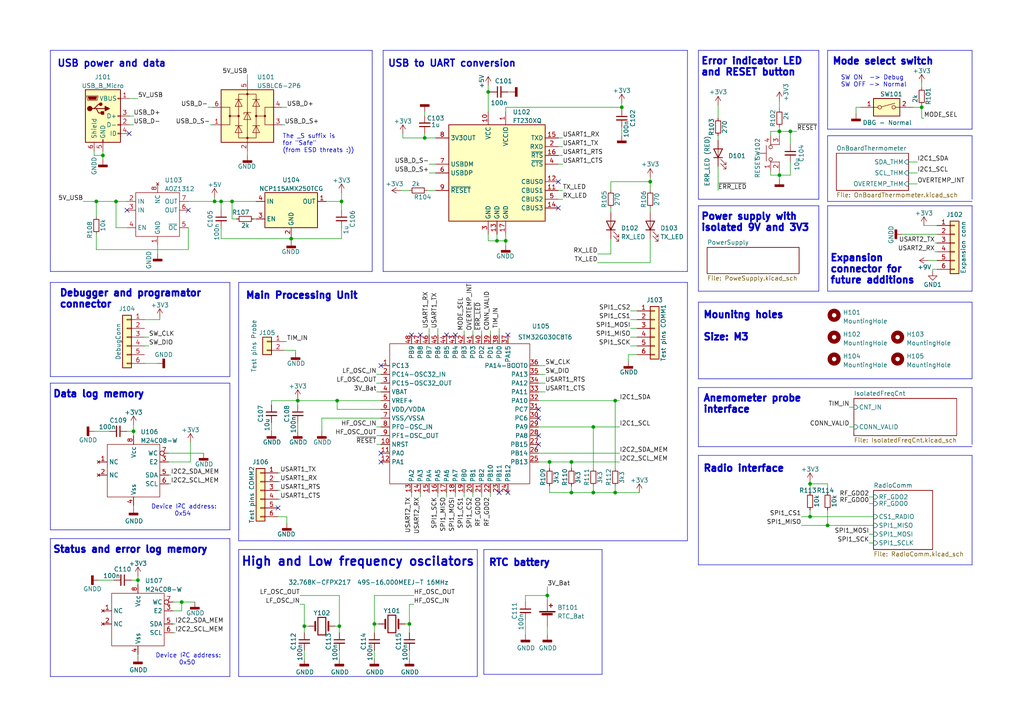
<source format=kicad_sch>
(kicad_sch (version 20230121) (generator eeschema)
  (paper "A4")
  (junction (at 27.94 58.42))
  (junction (at 38.735 125.095))
  (junction (at 240.03 152.4))
  (junction (at 67.31 58.42))
  (junction (at 178.435 142.875))
  (junction (at 29.845 45.085))
  (junction (at 64.135 58.42))
  (junction (at 172.085 142.875))
  (junction (at 86.36 116.205))
  (junction (at 267.335 31.115))
  (junction (at 98.425 181.61))
  (junction (at 99.06 58.42))
  (junction (at 158.75 172.72))
  (junction (at 226.06 38.1))
  (junction (at 172.085 123.825))
  (junction (at 234.95 149.86))
  (junction (at 118.745 180.975))
  (junction (at 33.655 58.42))
  (junction (at 108.585 180.975))
  (junction (at 84.455 69.215))
  (junction (at 180.34 31.115))
  (junction (at 144.145 69.85))
  (junction (at 52.705 174.625))
  (junction (at 229.235 38.1))
  (junction (at 123.19 40.005))
  (junction (at 141.605 26.67))
  (junction (at 165.735 142.875))
  (junction (at 165.735 133.985))
  (junction (at 146.685 69.85))
  (junction (at 188.595 52.705))
  (junction (at 178.435 116.205))
  (junction (at 62.23 58.42))
  (junction (at 159.385 133.985))
  (junction (at 40.005 168.275))
  (junction (at 97.79 116.205))
  (junction (at 88.265 181.61))
  (junction (at 226.06 50.8))
  (junction (at 234.95 140.335))
  (no_connect (at 156.21 118.745))
  (no_connect (at 110.49 133.985))
  (no_connect (at 110.49 131.445))
  (no_connect (at 156.21 128.905))
  (no_connect (at 156.21 126.365))
  (no_connect (at 156.21 121.285))
  (no_connect (at 161.925 52.705))
  (no_connect (at 110.49 106.045))
  (no_connect (at 144.78 142.875))
  (no_connect (at 147.32 142.875))
  (no_connect (at 119.38 97.155))
  (no_connect (at 121.92 97.155))
  (no_connect (at 147.32 97.155))
  (no_connect (at 129.54 97.155))
  (no_connect (at 132.08 97.155))
  (no_connect (at 161.925 60.325))
  (no_connect (at 80.645 147.32))
  (no_connect (at 37.465 38.735))
  (no_connect (at 36.83 60.96))
  (no_connect (at 54.61 60.96))
  (wire (pts (xy 146.685 69.85) (xy 146.685 71.12)))
  (polyline (pts (xy 202.565 59.69) (xy 237.49 59.69)))
  (wire (pts (xy 110.49 118.745) (xy 97.79 118.745)))
  (polyline (pts (xy 14.605 156.21) (xy 14.605 196.215)))
  (wire (pts (xy 188.595 60.325) (xy 188.595 61.595)))
  (wire (pts (xy 99.06 60.96) (xy 99.06 58.42)))
  (wire (pts (xy 163.195 57.785) (xy 161.925 57.785)))
  (wire (pts (xy 141.605 67.945) (xy 141.605 69.85)))
  (wire (pts (xy 78.74 122.555) (xy 78.74 125.095)))
  (wire (pts (xy 156.21 116.205) (xy 178.435 116.205)))
  (wire (pts (xy 208.28 48.26) (xy 208.28 55.245)))
  (wire (pts (xy 223.52 49.53) (xy 223.52 50.8)))
  (wire (pts (xy 252.095 154.94) (xy 253.365 154.94)))
  (wire (pts (xy 270.51 78.105) (xy 271.78 78.105)))
  (wire (pts (xy 163.195 42.545) (xy 161.925 42.545)))
  (wire (pts (xy 152.4 179.705) (xy 152.4 184.15)))
  (wire (pts (xy 182.88 92.71) (xy 184.785 92.71)))
  (wire (pts (xy 226.06 36.83) (xy 226.06 38.1)))
  (polyline (pts (xy 240.03 37.465) (xy 281.94 37.465)))
  (wire (pts (xy 50.165 174.625) (xy 52.705 174.625)))
  (wire (pts (xy 27.305 45.085) (xy 29.845 45.085)))
  (wire (pts (xy 137.16 95.885) (xy 137.16 97.155)))
  (polyline (pts (xy 69.215 156.845) (xy 199.39 156.845)))
  (wire (pts (xy 182.245 104.775) (xy 182.245 102.87)))
  (wire (pts (xy 81.28 139.7) (xy 80.645 139.7)))
  (wire (pts (xy 33.655 66.04) (xy 33.655 58.42)))
  (wire (pts (xy 267.97 65.405) (xy 271.78 65.405)))
  (wire (pts (xy 264.795 31.115) (xy 267.335 31.115)))
  (wire (pts (xy 188.595 76.2) (xy 188.595 69.215)))
  (wire (pts (xy 116.84 38.735) (xy 116.84 40.005)))
  (wire (pts (xy 109.22 126.365) (xy 110.49 126.365)))
  (wire (pts (xy 226.06 29.21) (xy 226.06 31.75)))
  (polyline (pts (xy 281.94 129.54) (xy 202.565 129.54)))
  (polyline (pts (xy 14.605 111.125) (xy 14.605 153.67)))
  (wire (pts (xy 141.605 69.85) (xy 144.145 69.85)))
  (wire (pts (xy 172.085 123.825) (xy 179.705 123.825)))
  (wire (pts (xy 226.06 49.53) (xy 226.06 50.8)))
  (wire (pts (xy 85.725 101.6) (xy 82.55 101.6)))
  (polyline (pts (xy 140.335 159.385) (xy 174.625 159.385)))
  (wire (pts (xy 234.95 140.335) (xy 234.95 142.875)))
  (polyline (pts (xy 14.605 81.915) (xy 14.605 109.22)))
  (wire (pts (xy 137.16 142.875) (xy 137.16 144.145)))
  (wire (pts (xy 146.685 67.945) (xy 146.685 69.85)))
  (wire (pts (xy 60.325 31.115) (xy 61.595 31.115)))
  (polyline (pts (xy 237.49 14.605) (xy 202.565 14.605)))
  (wire (pts (xy 223.52 39.37) (xy 223.52 38.1)))
  (wire (pts (xy 132.08 142.875) (xy 132.08 144.145)))
  (wire (pts (xy 64.135 60.96) (xy 64.135 58.42)))
  (wire (pts (xy 263.525 53.34) (xy 266.065 53.34)))
  (wire (pts (xy 55.245 128.27) (xy 55.245 133.985)))
  (wire (pts (xy 62.23 57.15) (xy 62.23 58.42)))
  (polyline (pts (xy 240.03 59.69) (xy 281.94 59.69)))
  (wire (pts (xy 267.335 30.48) (xy 267.335 31.115)))
  (wire (pts (xy 180.34 31.75) (xy 180.34 31.115)))
  (wire (pts (xy 38.735 146.685) (xy 38.735 147.32)))
  (wire (pts (xy 188.595 52.705) (xy 188.595 55.245)))
  (wire (pts (xy 88.265 181.61) (xy 89.535 181.61)))
  (wire (pts (xy 93.345 121.285) (xy 110.49 121.285)))
  (wire (pts (xy 152.4 172.72) (xy 152.4 174.625)))
  (polyline (pts (xy 240.03 39.37) (xy 281.94 39.37)))
  (polyline (pts (xy 14.605 78.74) (xy 107.95 78.74)))
  (wire (pts (xy 52.705 174.625) (xy 56.515 174.625)))
  (wire (pts (xy 117.475 180.975) (xy 118.745 180.975)))
  (wire (pts (xy 60.96 36.195) (xy 61.595 36.195)))
  (wire (pts (xy 98.425 172.72) (xy 98.425 181.61)))
  (polyline (pts (xy 202.565 84.455) (xy 202.565 59.69)))
  (wire (pts (xy 263.525 50.165) (xy 266.065 50.165)))
  (wire (pts (xy 31.75 125.095) (xy 27.305 125.095)))
  (wire (pts (xy 188.595 51.435) (xy 188.595 52.705)))
  (wire (pts (xy 62.23 58.42) (xy 64.135 58.42)))
  (polyline (pts (xy 69.215 156.845) (xy 69.215 81.915)))
  (polyline (pts (xy 202.565 14.605) (xy 202.565 57.785)))
  (wire (pts (xy 177.165 52.705) (xy 177.165 55.245)))
  (wire (pts (xy 267.335 34.29) (xy 267.335 31.115)))
  (wire (pts (xy 141.605 26.67) (xy 141.605 32.385)))
  (wire (pts (xy 178.435 116.205) (xy 178.435 135.89)))
  (wire (pts (xy 27.94 58.42) (xy 33.655 58.42)))
  (wire (pts (xy 109.22 111.125) (xy 110.49 111.125)))
  (wire (pts (xy 172.085 142.875) (xy 178.435 142.875)))
  (polyline (pts (xy 107.95 14.605) (xy 14.605 14.605)))
  (wire (pts (xy 146.685 31.115) (xy 146.685 32.385)))
  (wire (pts (xy 82.55 36.195) (xy 81.915 36.195)))
  (wire (pts (xy 156.21 106.045) (xy 158.115 106.045)))
  (polyline (pts (xy 281.94 163.83) (xy 202.565 163.83)))
  (polyline (pts (xy 202.565 87.63) (xy 202.565 109.855)))
  (polyline (pts (xy 14.605 196.215) (xy 66.675 196.215)))
  (wire (pts (xy 134.62 142.875) (xy 134.62 144.145)))
  (wire (pts (xy 124.46 50.165) (xy 126.365 50.165)))
  (wire (pts (xy 86.995 172.72) (xy 98.425 172.72)))
  (wire (pts (xy 119.38 144.145) (xy 119.38 142.875)))
  (wire (pts (xy 108.585 188.595) (xy 108.585 191.135)))
  (wire (pts (xy 36.83 125.095) (xy 38.735 125.095)))
  (wire (pts (xy 118.745 175.26) (xy 118.745 180.975)))
  (wire (pts (xy 108.585 172.72) (xy 108.585 180.975)))
  (polyline (pts (xy 111.125 14.605) (xy 199.39 14.605)))
  (wire (pts (xy 83.185 151.765) (xy 83.185 149.86)))
  (wire (pts (xy 158.75 170.18) (xy 158.75 172.72)))
  (wire (pts (xy 182.88 97.79) (xy 184.785 97.79)))
  (polyline (pts (xy 202.565 132.08) (xy 281.94 132.08)))
  (polyline (pts (xy 66.675 81.915) (xy 14.605 81.915)))
  (wire (pts (xy 120.015 175.26) (xy 118.745 175.26)))
  (wire (pts (xy 182.88 100.33) (xy 184.785 100.33)))
  (wire (pts (xy 229.235 50.8) (xy 226.06 50.8)))
  (wire (pts (xy 208.28 39.37) (xy 208.28 40.64)))
  (wire (pts (xy 159.385 140.97) (xy 159.385 142.875)))
  (polyline (pts (xy 107.95 78.74) (xy 107.95 14.605)))
  (wire (pts (xy 98.425 183.515) (xy 98.425 181.61)))
  (polyline (pts (xy 237.49 57.785) (xy 237.49 14.605)))
  (wire (pts (xy 40.005 168.275) (xy 40.005 169.545)))
  (wire (pts (xy 267.97 34.29) (xy 267.335 34.29)))
  (polyline (pts (xy 199.39 78.74) (xy 111.125 78.74)))
  (wire (pts (xy 43.18 97.79) (xy 41.91 97.79)))
  (wire (pts (xy 147.32 26.67) (xy 147.955 26.67)))
  (polyline (pts (xy 69.215 159.385) (xy 69.215 196.215)))
  (wire (pts (xy 74.295 63.5) (xy 73.66 63.5)))
  (wire (pts (xy 84.455 68.58) (xy 84.455 69.215)))
  (wire (pts (xy 27.94 72.39) (xy 27.94 67.945)))
  (polyline (pts (xy 281.94 39.37) (xy 281.94 57.785)))
  (wire (pts (xy 37.465 28.575) (xy 40.005 28.575)))
  (wire (pts (xy 37.465 33.655) (xy 38.735 33.655)))
  (wire (pts (xy 38.735 123.19) (xy 38.735 125.095)))
  (wire (pts (xy 177.165 60.325) (xy 177.165 61.595)))
  (wire (pts (xy 109.855 180.975) (xy 108.585 180.975)))
  (wire (pts (xy 121.92 144.145) (xy 121.92 142.875)))
  (wire (pts (xy 144.145 67.945) (xy 144.145 69.85)))
  (wire (pts (xy 55.245 133.985) (xy 48.895 133.985)))
  (wire (pts (xy 226.06 38.1) (xy 229.235 38.1)))
  (wire (pts (xy 124.46 47.625) (xy 126.365 47.625)))
  (wire (pts (xy 41.91 92.71) (xy 46.355 92.71)))
  (wire (pts (xy 83.185 99.06) (xy 82.55 99.06)))
  (wire (pts (xy 52.705 174.625) (xy 52.705 177.165)))
  (wire (pts (xy 68.58 63.5) (xy 67.31 63.5)))
  (wire (pts (xy 98.425 188.595) (xy 98.425 191.135)))
  (wire (pts (xy 182.245 102.87) (xy 184.785 102.87)))
  (wire (pts (xy 99.06 69.215) (xy 99.06 66.04)))
  (wire (pts (xy 46.355 92.71) (xy 46.355 92.075)))
  (wire (pts (xy 252.095 144.145) (xy 253.365 144.145)))
  (wire (pts (xy 144.78 95.25) (xy 144.78 97.155)))
  (wire (pts (xy 159.385 133.985) (xy 159.385 135.89)))
  (wire (pts (xy 116.84 40.005) (xy 123.19 40.005)))
  (polyline (pts (xy 281.94 87.63) (xy 202.565 87.63)))
  (wire (pts (xy 54.61 72.39) (xy 27.94 72.39)))
  (polyline (pts (xy 174.625 159.385) (xy 174.625 195.58)))
  (wire (pts (xy 232.41 152.4) (xy 240.03 152.4)))
  (wire (pts (xy 173.355 73.66) (xy 177.165 73.66)))
  (wire (pts (xy 33.02 168.275) (xy 28.575 168.275)))
  (wire (pts (xy 234.95 140.335) (xy 240.03 140.335)))
  (wire (pts (xy 27.94 58.42) (xy 27.94 62.865)))
  (wire (pts (xy 97.79 116.205) (xy 110.49 116.205)))
  (wire (pts (xy 134.62 95.885) (xy 134.62 97.155)))
  (wire (pts (xy 118.745 180.975) (xy 118.745 183.515)))
  (wire (pts (xy 226.06 38.1) (xy 226.06 39.37)))
  (wire (pts (xy 84.455 69.215) (xy 84.455 69.85)))
  (wire (pts (xy 94.615 58.42) (xy 99.06 58.42)))
  (wire (pts (xy 41.91 105.41) (xy 45.72 105.41)))
  (wire (pts (xy 67.31 58.42) (xy 74.295 58.42)))
  (polyline (pts (xy 281.94 58.42) (xy 240.03 58.42)))
  (wire (pts (xy 229.235 38.1) (xy 229.235 41.91)))
  (wire (pts (xy 252.095 146.05) (xy 253.365 146.05)))
  (wire (pts (xy 267.335 24.13) (xy 267.335 25.4)))
  (wire (pts (xy 178.435 116.205) (xy 179.705 116.205)))
  (wire (pts (xy 83.185 31.115) (xy 81.915 31.115)))
  (wire (pts (xy 81.28 137.16) (xy 80.645 137.16)))
  (polyline (pts (xy 140.335 159.385) (xy 140.335 195.58)))
  (polyline (pts (xy 66.675 81.915) (xy 66.675 109.22)))
  (wire (pts (xy 86.36 122.555) (xy 86.36 125.095)))
  (wire (pts (xy 78.74 116.205) (xy 86.36 116.205)))
  (wire (pts (xy 33.655 58.42) (xy 36.83 58.42)))
  (wire (pts (xy 109.22 128.905) (xy 110.49 128.905)))
  (wire (pts (xy 163.195 55.245) (xy 161.925 55.245)))
  (wire (pts (xy 144.145 69.85) (xy 146.685 69.85)))
  (wire (pts (xy 163.195 45.085) (xy 161.925 45.085)))
  (polyline (pts (xy 66.675 156.21) (xy 14.605 156.21)))
  (wire (pts (xy 78.74 117.475) (xy 78.74 116.205)))
  (wire (pts (xy 263.525 46.99) (xy 266.065 46.99)))
  (wire (pts (xy 124.46 95.25) (xy 124.46 97.155)))
  (wire (pts (xy 43.18 100.33) (xy 41.91 100.33)))
  (wire (pts (xy 158.75 181.61) (xy 158.75 184.15)))
  (polyline (pts (xy 240.03 14.605) (xy 240.03 37.465)))
  (wire (pts (xy 67.31 63.5) (xy 67.31 58.42)))
  (wire (pts (xy 178.435 140.97) (xy 178.435 142.875)))
  (wire (pts (xy 123.19 32.385) (xy 123.19 33.655)))
  (wire (pts (xy 252.095 157.48) (xy 253.365 157.48)))
  (wire (pts (xy 83.185 149.86) (xy 80.645 149.86)))
  (wire (pts (xy 45.72 71.12) (xy 45.72 73.66)))
  (wire (pts (xy 38.1 168.275) (xy 40.005 168.275)))
  (wire (pts (xy 246.38 123.825) (xy 247.65 123.825)))
  (wire (pts (xy 27.305 43.815) (xy 27.305 45.085)))
  (wire (pts (xy 165.735 133.985) (xy 179.705 133.985)))
  (polyline (pts (xy 281.94 37.465) (xy 281.94 14.605)))
  (wire (pts (xy 29.845 45.085) (xy 29.845 46.355)))
  (wire (pts (xy 54.61 66.04) (xy 54.61 72.39)))
  (polyline (pts (xy 202.565 109.855) (xy 281.94 109.855)))
  (wire (pts (xy 81.28 144.78) (xy 80.645 144.78)))
  (wire (pts (xy 271.145 73.025) (xy 271.78 73.025)))
  (wire (pts (xy 93.345 121.285) (xy 93.345 125.095)))
  (polyline (pts (xy 281.94 14.605) (xy 240.03 14.605)))
  (wire (pts (xy 86.36 115.57) (xy 86.36 116.205)))
  (wire (pts (xy 271.145 70.485) (xy 271.78 70.485)))
  (wire (pts (xy 234.95 147.955) (xy 234.95 149.86)))
  (polyline (pts (xy 66.675 111.125) (xy 14.605 111.125)))
  (wire (pts (xy 172.085 123.825) (xy 172.085 135.89)))
  (wire (pts (xy 234.95 139.7) (xy 234.95 140.335)))
  (polyline (pts (xy 237.49 84.455) (xy 202.565 84.455)))
  (wire (pts (xy 240.03 140.335) (xy 240.03 142.875)))
  (wire (pts (xy 108.585 180.975) (xy 108.585 183.515)))
  (wire (pts (xy 234.95 149.86) (xy 253.365 149.86)))
  (polyline (pts (xy 281.94 59.69) (xy 281.94 84.455)))
  (wire (pts (xy 223.52 50.8) (xy 226.06 50.8)))
  (polyline (pts (xy 281.94 132.08) (xy 281.94 163.83)))
  (wire (pts (xy 109.22 113.665) (xy 110.49 113.665)))
  (wire (pts (xy 246.38 118.11) (xy 247.65 118.11)))
  (wire (pts (xy 226.06 50.8) (xy 226.06 52.07)))
  (wire (pts (xy 178.435 142.875) (xy 185.42 142.875)))
  (wire (pts (xy 81.28 142.24) (xy 80.645 142.24)))
  (wire (pts (xy 40.005 189.865) (xy 40.005 190.5)))
  (wire (pts (xy 64.135 58.42) (xy 67.31 58.42)))
  (wire (pts (xy 49.53 137.795) (xy 48.895 137.795)))
  (polyline (pts (xy 240.03 84.455) (xy 240.03 59.69)))
  (polyline (pts (xy 69.215 81.915) (xy 199.39 81.915)))
  (wire (pts (xy 229.235 46.99) (xy 229.235 50.8)))
  (wire (pts (xy 173.355 76.2) (xy 188.595 76.2)))
  (polyline (pts (xy 111.125 78.74) (xy 111.125 14.605)))
  (wire (pts (xy 64.135 69.215) (xy 64.135 66.04)))
  (wire (pts (xy 109.22 123.825) (xy 110.49 123.825)))
  (wire (pts (xy 248.285 33.02) (xy 248.285 31.115)))
  (wire (pts (xy 180.34 29.845) (xy 180.34 31.115)))
  (wire (pts (xy 163.195 40.005) (xy 161.925 40.005)))
  (wire (pts (xy 141.605 24.765) (xy 141.605 26.67)))
  (wire (pts (xy 156.21 131.445) (xy 179.705 131.445)))
  (polyline (pts (xy 240.03 58.42) (xy 240.03 39.37)))
  (wire (pts (xy 208.28 30.48) (xy 208.28 34.29)))
  (wire (pts (xy 229.235 38.1) (xy 231.14 38.1)))
  (wire (pts (xy 223.52 38.1) (xy 226.06 38.1)))
  (wire (pts (xy 142.24 26.67) (xy 141.605 26.67)))
  (wire (pts (xy 127 142.875) (xy 127 144.145)))
  (wire (pts (xy 156.21 111.125) (xy 158.115 111.125)))
  (wire (pts (xy 159.385 142.875) (xy 165.735 142.875)))
  (wire (pts (xy 165.735 142.875) (xy 172.085 142.875)))
  (wire (pts (xy 123.19 40.005) (xy 126.365 40.005)))
  (wire (pts (xy 123.19 40.005) (xy 123.19 38.735)))
  (wire (pts (xy 177.165 73.66) (xy 177.165 69.215)))
  (wire (pts (xy 139.7 144.145) (xy 139.7 142.875)))
  (wire (pts (xy 38.735 125.095) (xy 38.735 126.365)))
  (wire (pts (xy 85.725 102.235) (xy 85.725 101.6)))
  (polyline (pts (xy 281.94 84.455) (xy 240.03 84.455)))
  (wire (pts (xy 88.265 175.26) (xy 88.265 181.61)))
  (wire (pts (xy 116.205 55.245) (xy 118.745 55.245)))
  (wire (pts (xy 88.265 188.595) (xy 88.265 191.135)))
  (wire (pts (xy 156.21 133.985) (xy 159.385 133.985)))
  (wire (pts (xy 163.195 47.625) (xy 161.925 47.625)))
  (wire (pts (xy 248.285 31.115) (xy 249.555 31.115)))
  (wire (pts (xy 182.88 90.17) (xy 184.785 90.17)))
  (wire (pts (xy 156.21 108.585) (xy 158.115 108.585)))
  (wire (pts (xy 40.005 167.005) (xy 40.005 168.275)))
  (wire (pts (xy 88.265 183.515) (xy 88.265 181.61)))
  (polyline (pts (xy 237.49 59.69) (xy 237.49 84.455)))
  (wire (pts (xy 261.62 67.945) (xy 271.78 67.945)))
  (polyline (pts (xy 66.675 196.215) (xy 66.675 156.21)))
  (wire (pts (xy 127 95.25) (xy 127 97.155)))
  (wire (pts (xy 86.36 116.205) (xy 86.36 117.475)))
  (wire (pts (xy 71.755 21.59) (xy 71.755 23.495)))
  (wire (pts (xy 49.53 140.335) (xy 48.895 140.335)))
  (wire (pts (xy 84.455 69.215) (xy 99.06 69.215)))
  (polyline (pts (xy 202.565 57.785) (xy 237.49 57.785)))
  (wire (pts (xy 99.06 58.42) (xy 99.06 55.88)))
  (polyline (pts (xy 69.215 196.215) (xy 138.43 196.215)))
  (wire (pts (xy 118.745 188.595) (xy 118.745 191.135)))
  (wire (pts (xy 29.845 43.815) (xy 29.845 45.085)))
  (polyline (pts (xy 281.94 109.855) (xy 281.94 87.63)))
  (wire (pts (xy 188.595 52.705) (xy 177.165 52.705)))
  (wire (pts (xy 97.79 118.745) (xy 97.79 116.205)))
  (wire (pts (xy 54.61 58.42) (xy 62.23 58.42)))
  (wire (pts (xy 52.705 177.165) (xy 50.165 177.165)))
  (polyline (pts (xy 202.565 129.54) (xy 202.565 112.395)))
  (wire (pts (xy 270.51 78.105) (xy 270.51 78.74)))
  (polyline (pts (xy 138.43 159.385) (xy 69.215 159.385)))
  (wire (pts (xy 180.34 36.83) (xy 180.34 39.37)))
  (wire (pts (xy 142.24 144.145) (xy 142.24 142.875)))
  (wire (pts (xy 269.24 75.565) (xy 271.78 75.565)))
  (wire (pts (xy 240.03 147.955) (xy 240.03 152.4)))
  (wire (pts (xy 158.75 172.72) (xy 152.4 172.72)))
  (polyline (pts (xy 66.675 153.67) (xy 66.675 111.125)))
  (polyline (pts (xy 14.605 14.605) (xy 14.605 78.74)))
  (wire (pts (xy 156.21 113.665) (xy 158.115 113.665)))
  (polyline (pts (xy 138.43 196.215) (xy 138.43 159.385)))
  (wire (pts (xy 37.465 36.195) (xy 38.735 36.195)))
  (polyline (pts (xy 174.625 195.58) (xy 140.335 195.58)))
  (wire (pts (xy 165.735 133.985) (xy 165.735 135.89)))
  (polyline (pts (xy 199.39 14.605) (xy 199.39 78.74)))
  (wire (pts (xy 98.425 181.61) (xy 97.155 181.61)))
  (wire (pts (xy 240.03 152.4) (xy 253.365 152.4)))
  (wire (pts (xy 123.825 55.245) (xy 126.365 55.245)))
  (wire (pts (xy 50.8 183.515) (xy 50.165 183.515)))
  (polyline (pts (xy 14.605 109.22) (xy 66.675 109.22)))
  (wire (pts (xy 48.895 131.445) (xy 59.055 131.445)))
  (wire (pts (xy 50.8 180.975) (xy 50.165 180.975)))
  (polyline (pts (xy 202.565 112.395) (xy 281.94 112.395)))
  (wire (pts (xy 129.54 142.875) (xy 129.54 144.145)))
  (wire (pts (xy 156.21 123.825) (xy 172.085 123.825)))
  (polyline (pts (xy 281.94 112.395) (xy 281.94 128.905)))
  (wire (pts (xy 86.995 175.26) (xy 88.265 175.26)))
  (wire (pts (xy 142.24 95.885) (xy 142.24 97.155)))
  (wire (pts (xy 24.13 58.42) (xy 27.94 58.42)))
  (wire (pts (xy 64.135 69.215) (xy 84.455 69.215)))
  (wire (pts (xy 158.75 173.99) (xy 158.75 172.72)))
  (wire (pts (xy 232.41 149.86) (xy 234.95 149.86)))
  (wire (pts (xy 139.7 95.885) (xy 139.7 97.155)))
  (wire (pts (xy 86.36 116.205) (xy 97.79 116.205)))
  (polyline (pts (xy 202.565 163.83) (xy 202.565 132.08)))
  (wire (pts (xy 120.015 172.72) (xy 108.585 172.72)))
  (wire (pts (xy 109.22 108.585) (xy 110.49 108.585)))
  (wire (pts (xy 36.83 66.04) (xy 33.655 66.04)))
  (wire (pts (xy 146.685 31.115) (xy 180.34 31.115)))
  (wire (pts (xy 172.085 142.875) (xy 172.085 140.97)))
  (wire (pts (xy 159.385 133.985) (xy 165.735 133.985)))
  (wire (pts (xy 71.755 43.815) (xy 71.755 45.085)))
  (polyline (pts (xy 199.39 81.915) (xy 199.39 156.845)))
  (wire (pts (xy 182.88 95.25) (xy 184.785 95.25)))
  (wire (pts (xy 165.735 140.97) (xy 165.735 142.875)))
  (polyline (pts (xy 14.605 153.67) (xy 66.675 153.67)))
  (text "Status and error log memory" (at 15.24 160.655 0) (effects (font (size 2 2) (thickness 0.508) bold) (justify left bottom)))
  (text "High and Low frequency oscilators" (at 69.85 164.465 0) (effects (font (size 2.54 2.54) (thickness 0.508) bold) (justify left bottom)))
  (text "Device I^{2}C address:\n       0x54" (at 43.815 149.86 0) (effects (font (size 1.27 1.27)) (justify left bottom)))
  (text "Data log memory" (at 15.24 115.57 0) (effects (font (size 2 2) (thickness 0.508) bold) (justify left bottom)))
  (text "Power supply with\nisolated 9V and 3V3" (at 203.2 67.31 0) (effects (font (size 2 2) (thickness 0.508) bold) (justify left bottom)))
  (text "RTC battery" (at 141.605 164.465 0) (effects (font (size 2 2) (thickness 0.508) bold) (justify left bottom)))
  (text "Debugger and programator\nconnector" (at 17.145 89.535 0) (effects (font (size 2 2) (thickness 0.508) bold) (justify left bottom)))
  (text "Anemometer probe\ninterface" (at 203.835 120.015 0) (effects (font (size 2 2) (thickness 0.508) bold) (justify left bottom)))
  (text "SW ON  -> Debug\nSW OFF -> Normal" (at 243.84 25.4 0) (effects (font (size 1.27 1.27)) (justify left bottom)))
  (text "Mode select switch" (at 241.3 19.05 0) (effects (font (size 2 2) (thickness 0.508) bold) (justify left bottom)))
  (text "Mounitng holes\n\nSize: M3" (at 203.835 99.06 0) (effects (font (size 2 2) (thickness 0.508) bold) (justify left bottom)))
  (text "Expansion \nconnector for\nfuture additions" (at 240.665 82.55 0) (effects (font (size 2 2) (thickness 0.508) bold) (justify left bottom)))
  (text "Error indicator LED\nand RESET button" (at 203.2 22.225 0) (effects (font (size 2 2) (thickness 0.508) bold) (justify left bottom)))
  (text "The _S suffix is\nfor \"Safe\" \n(from ESD threats :))" (at 81.915 44.45 0) (effects (font (size 1.27 1.27)) (justify left bottom)))
  (text "Main Processing Unit" (at 71.12 86.995 0) (effects (font (size 2 2) (thickness 0.508) bold) (justify left bottom)))
  (text "USB power and data" (at 16.51 19.685 0) (effects (font (size 2 2) (thickness 0.4) bold) (justify left bottom)))
  (text "Device I^{2}C address:\n       0x50" (at 45.085 193.04 0) (effects (font (size 1.27 1.27)) (justify left bottom)))
  (text "Radio interface" (at 203.835 137.16 0) (effects (font (size 2 2) (thickness 0.508) bold) (justify left bottom)))
  (text "USB to UART conversion" (at 112.395 19.685 0) (effects (font (size 2 2) (thickness 0.4) bold) (justify left bottom)))
  (label "I2C1_SDA" (at 179.705 116.205 0))
  (label "SPI1_MISO" (at 129.54 144.145 270))
  (label "HF_OSC_IN" (at 109.22 123.825 180))
  (label "TX_LED" (at 173.355 76.2 180))
  (label "TX_LED" (at 163.195 55.245 0))
  (label "SPI1_CS1" (at 134.62 144.145 270))
  (label "TIM_IN" (at 144.78 95.25 90))
  (label "~{ERR_LED}" (at 208.28 55.245 0))
  (label "SPI1_CS1" (at 182.88 92.71 180))
  (label "USART1_RTS" (at 163.195 45.085 0))
  (label "USB_D-" (at 60.325 31.115 180))
  (label "USART1_RTS" (at 158.115 111.125 0))
  (label "I2C2_SDA_MEM" (at 50.8 180.975 0))
  (label "LF_OSC_IN" (at 86.995 175.26 180))
  (label "HF_OSC_OUT" (at 109.22 126.365 180))
  (label "I2C1_SCL" (at 266.065 50.165 0))
  (label "HF_OSC_OUT" (at 120.015 172.72 0))
  (label "RF_GDO0" (at 139.7 144.145 270))
  (label "RX_LED" (at 163.195 57.785 0))
  (label "SPI1_CS2" (at 182.88 90.17 180))
  (label "LF_OSC_IN" (at 109.22 108.585 180))
  (label "USART1_TX" (at 127 95.25 90))
  (label "USB_D_S+" (at 82.55 36.195 0))
  (label "SW_DIO" (at 158.115 108.585 0))
  (label "I2C2_SDA_MEM" (at 179.705 131.445 0))
  (label "5V_USB" (at 24.13 58.42 180))
  (label "SPI1_MOSI" (at 132.08 144.145 270))
  (label "USART1_RTS" (at 81.28 142.24 0))
  (label "~{RESET}" (at 231.14 38.1 0))
  (label "SPI1_SCK" (at 252.095 157.48 180))
  (label "USART1_RX" (at 163.195 40.005 0))
  (label "SPI1_MOSI" (at 182.88 95.25 180))
  (label "USART1_TX" (at 163.195 42.545 0))
  (label "SPI1_MOSI" (at 252.095 154.94 180))
  (label "5V_USB" (at 40.005 28.575 0))
  (label "USART1_RX" (at 124.46 95.25 90))
  (label "LF_OSC_OUT" (at 86.995 172.72 180))
  (label "USART1_CTS" (at 163.195 47.625 0))
  (label "USART1_RX" (at 81.28 139.7 0))
  (label "USART1_CTS" (at 81.28 144.78 0))
  (label "RF_GDO2" (at 252.095 144.145 180))
  (label "SPI1_SCK" (at 127 144.145 270))
  (label "SW_DIO" (at 43.18 100.33 0))
  (label "~{ERR_LED}" (at 139.7 95.885 90))
  (label "I2C1_SCL" (at 179.705 123.825 0))
  (label "RX_LED" (at 173.355 73.66 180))
  (label "USB_D_S-" (at 60.96 36.195 180))
  (label "USART1_CTS" (at 158.115 113.665 0))
  (label "3V_Bat" (at 158.75 170.18 0))
  (label "USART2_TX" (at 119.38 144.145 270))
  (label "I2C2_SCL_MEM" (at 50.8 183.515 0))
  (label "USB_D-" (at 38.735 36.195 0))
  (label "3V_Bat" (at 109.22 113.665 180))
  (label "OVERTEMP_INT" (at 266.065 53.34 0))
  (label "SPI1_MISO" (at 232.41 152.4 180))
  (label "I2C1_SDA" (at 266.065 46.99 0))
  (label "SPI1_CS2" (at 137.16 144.145 270))
  (label "I2C2_SDA_MEM" (at 49.53 137.795 0))
  (label "CONN_VALID" (at 142.24 95.885 90))
  (label "USB_D+" (at 83.185 31.115 0))
  (label "SPI1_CS1" (at 232.41 149.86 180))
  (label "MODE_SEL" (at 134.62 95.885 90))
  (label "RF_GDO0" (at 252.095 146.05 180))
  (label "SW_CLK" (at 158.115 106.045 0))
  (label "TIM_IN" (at 83.185 99.06 0))
  (label "USART2_TX" (at 271.145 70.485 180))
  (label "USB_D_S+" (at 124.46 50.165 180))
  (label "OVERTEMP_INT" (at 137.16 95.885 90))
  (label "LF_OSC_OUT" (at 109.22 111.125 180))
  (label "USART2_RX" (at 271.145 73.025 180))
  (label "5V_USB" (at 71.755 21.59 180))
  (label "RF_GDO2" (at 142.24 144.145 270))
  (label "USB_D+" (at 38.735 33.655 0))
  (label "SPI1_SCK" (at 182.88 100.33 180))
  (label "I2C2_SCL_MEM" (at 49.53 140.335 0))
  (label "TIM_IN" (at 246.38 118.11 180))
  (label "SW_CLK" (at 43.18 97.79 0))
  (label "MODE_SEL" (at 267.97 34.29 0))
  (label "SPI1_MISO" (at 182.88 97.79 180))
  (label "USART2_RX" (at 121.92 144.145 270))
  (label "CONN_VALID" (at 246.38 123.825 180))
  (label "~{RESET}" (at 109.22 128.905 180))
  (label "HF_OSC_IN" (at 120.015 175.26 0))
  (label "USB_D_S-" (at 124.46 47.625 180))
  (label "I2C2_SCL_MEM" (at 179.705 133.985 0))
  (label "USART1_TX" (at 81.28 137.16 0))
  (symbol (lib_id "Device:R_Small") (at 121.285 55.245 90) (mirror x) (unit 1)
    (property "Reference" "R104" (at 120.015 57.15 90) (effects (justify right)))
    (property "Value" "2k" (at 119.38 53.34 90) (effects (justify right)))
    (property "Footprint" "Resistor_SMD:R_0805_2012Metric_Pad1.20x1.40mm_HandSolder" (effects hide))
  )
  (symbol (lib_id "power:GNDD") (at 38.735 147.32 0) (unit 1)
    (property "Reference" "#PWR0139" (effects hide))
    (property "Value" "GNDD" (at 36.195 151.13 0) (effects (justify left)))
  )
  (symbol (lib_id "power:GNDD") (at 158.75 184.15 0) (unit 1)
    (property "Reference" "#PWR0145" (effects hide))
    (property "Value" "GNDD" (at 156.21 187.96 0) (effects (justify left)))
  )
  (symbol (lib_id "Device:C_Small") (at 152.4 177.165 0) (unit 1)
    (property "Reference" "C111" (at 149.225 177.165 90))
    (property "Value" "100n" (at 151.13 180.34 90))
    (property "Footprint" "Capacitor_SMD:C_0805_2012Metric_Pad1.18x1.45mm_HandSolder" (effects hide))
  )
  (symbol (lib_id "power:+3V3") (at 208.28 30.48 0) (mirror y) (unit 1)
    (property "Reference" "#PWR0106" (effects hide))
    (property "Value" "+3V3" (at 208.28 26.67 0))
  )
  (symbol (lib_id "power:GNDD") (at 56.515 174.625 0) (unit 1)
    (property "Reference" "#PWR0143" (effects hide))
    (property "Value" "GNDD" (at 53.975 177.8 0) (effects (justify left)))
  )
  (symbol (lib_id "power:GNDD") (at 45.72 73.66 0) (mirror y) (unit 1)
    (property "Reference" "#PWR0122" (effects hide))
    (property "Value" "GNDD" (at 43.18 78.105 90) (effects (justify left)))
  )
  (symbol (lib_id "Mechanical:MountingHole") (at 260.35 97.79 0) (unit 1)
    (property "Reference" "H103" (at 262.89 96.9553 0) (effects (justify left)))
    (property "Value" "MountingHole" (at 262.89 99.4922 0) (effects (justify left)))
    (property "Footprint" "MountingHole:MountingHole_3.2mm_M3" (effects hide))
  )
  (symbol (lib_id "power:+3V3") (at 185.42 142.875 0) (mirror y) (unit 1)
    (property "Reference" "#PWR0138" (effects hide))
    (property "Value" "+3V3" (at 185.42 139.2992 0))
  )
  (symbol (lib_id "power:GNDD") (at 93.345 125.095 0) (unit 1)
    (property "Reference" "#PWR0134" (effects hide))
    (property "Value" "GNDD" (at 90.805 128.27 0) (effects (justify left)))
  )
  (symbol (lib_id "power:GNDD") (at 86.36 125.095 0) (unit 1)
    (property "Reference" "#PWR0133" (effects hide))
    (property "Value" "GNDD" (at 83.82 128.27 0) (effects (justify left)))
  )
  (symbol (lib_id "Device:C_Small") (at 34.29 125.095 270) (unit 1)
    (property "Reference" "C109" (at 34.29 121.92 90))
    (property "Value" "100n" (at 31.115 123.825 90))
    (property "Footprint" "Capacitor_SMD:C_0805_2012Metric_Pad1.18x1.45mm_HandSolder" (effects hide))
  )
  (symbol (lib_id "power:GNDD") (at 29.845 46.355 0) (mirror y) (unit 1)
    (property "Reference" "#PWR0112" (effects hide))
    (property "Value" "GNDD" (at 27.305 50.8 90) (effects (justify left)))
  )
  (symbol (lib_id "Device:C_Small") (at 108.585 186.055 0) (unit 1)
    (property "Reference" "C114" (at 105.41 186.055 90))
    (property "Value" "100n" (at 107.315 189.23 90))
    (property "Footprint" "Capacitor_SMD:C_0805_2012Metric_Pad1.18x1.45mm_HandSolder" (effects hide))
  )
  (symbol (lib_id "Switch:SW_MEC_5E") (at 226.06 44.45 90) (unit 1)
    (property "Reference" "SW102" (at 219.71 40.005 0) (effects (justify right)))
    (property "Value" "RESET" (at 219.71 45.72 0) (effects (justify right)))
    (property "Datasheet" "http://www.apem.com/int/index.php?controller=attachment&id_attachment=1371" (effects hide))
  )
  (symbol (lib_id "power:+3V3") (at 46.355 92.075 0) (unit 1)
    (property "Reference" "#PWR0125" (effects hide))
    (property "Value" "+3V3" (at 46.355 88.4992 0))
  )
  (symbol (lib_id "Device:LED") (at 188.595 65.405 90) (unit 1)
    (property "Reference" "D103" (at 191.516 66.1578 90) (effects (justify right)))
    (property "Value" "TX_LED" (at 191.516 68.6947 90) (effects (justify right)))
  )
  (symbol (lib_id "Device:C_Small") (at 98.425 186.055 0) (unit 1)
    (property "Reference" "C113" (at 95.25 186.055 90))
    (property "Value" "100n" (at 97.155 189.23 90))
    (property "Footprint" "Capacitor_SMD:C_0805_2012Metric_Pad1.18x1.45mm_HandSolder" (effects hide))
  )
  (symbol (lib_id "Connector_Generic:Conn_01x02") (at 77.47 99.06 0) (mirror y) (unit 1)
    (property "Reference" "J105" (at 77.47 96.52 0))
    (property "Value" "Test pins Probe" (at 73.66 100.33 90))
    (property "Footprint" "Connector_PinHeader_2.54mm:PinHeader_1x02_P2.54mm_Vertical" (effects hide))
  )
  (symbol (lib_id "Device:C_Small") (at 118.745 186.055 0) (unit 1)
    (property "Reference" "C115" (at 115.57 186.055 90))
    (property "Value" "100n" (at 117.475 189.23 90))
    (property "Footprint" "Capacitor_SMD:C_0805_2012Metric_Pad1.18x1.45mm_HandSolder" (effects hide))
  )
  (symbol (lib_id "Device:LED") (at 177.165 65.405 90) (unit 1)
    (property "Reference" "D102" (at 180.086 66.1578 90) (effects (justify right)))
    (property "Value" "RX_LED" (at 180.086 68.6947 90) (effects (justify right)))
  )
  (symbol (lib_id "power:GNDD") (at 88.265 191.135 0) (unit 1)
    (property "Reference" "#PWR0147" (effects hide))
    (property "Value" "GNDD" (at 85.725 194.945 0) (effects (justify left)))
  )
  (symbol (lib_id "power:+3V3") (at 55.245 128.27 0) (unit 1)
    (property "Reference" "#PWR0135" (effects hide))
    (property "Value" "+3V3" (at 55.245 124.6942 0))
  )
  (symbol (lib_id "power:+3V3") (at 40.005 167.005 0) (unit 1)
    (property "Reference" "#PWR0141" (effects hide))
    (property "Value" "+3V3" (at 40.005 163.4292 0))
  )
  (symbol (lib_id "power:GNDD") (at 261.62 67.945 270) (unit 1)
    (property "Reference" "#PWR0119" (effects hide))
    (property "Value" "GNDD" (at 258.445 65.405 0) (effects (justify left)))
  )
  (symbol (lib_id "power:+5V") (at 62.23 57.15 0) (unit 1)
    (property "Reference" "#PWR0117" (effects hide))
    (property "Value" "+5V" (at 62.23 53.5742 0))
  )
  (symbol (lib_id "power:GNDD") (at 83.185 151.765 0) (mirror y) (unit 1)
    (property "Reference" "#PWR0140" (effects hide))
    (property "Value" "GNDD" (at 85.725 154.94 0) (effects (justify left)))
  )
  (symbol (lib_id "Mechanical:MountingHole") (at 241.935 104.14 0) (unit 1)
    (property "Reference" "H104" (at 244.475 103.3053 0) (effects (justify left)))
    (property "Value" "MountingHole" (at 244.475 105.8422 0) (effects (justify left)))
    (property "Footprint" "MountingHole:MountingHole_3.2mm_M3" (effects hide))
  )
  (symbol (lib_id "power:+3V3") (at 86.36 115.57 0) (unit 1)
    (property "Reference" "#PWR0129" (effects hide))
    (property "Value" "+3V3" (at 86.36 111.9942 0))
  )
  (symbol (lib_id "Device:C_Small") (at 64.135 63.5 0) (unit 1)
    (property "Reference" "C105" (at 60.96 63.5 90))
    (property "Value" "100n" (at 62.865 67.31 90))
    (property "Footprint" "Capacitor_SMD:C_0805_2012Metric_Pad1.18x1.45mm_HandSolder" (effects hide))
  )
  (symbol (lib_id "power:GNDD") (at 78.74 125.095 0) (unit 1)
    (property "Reference" "#PWR0132" (effects hide))
    (property "Value" "GNDD" (at 76.2 128.27 0) (effects (justify left)))
  )
  (symbol (lib_id "Device:Battery_Cell") (at 158.75 179.07 0) (unit 1)
    (property "Reference" "BT101" (at 161.671 176.2033 0) (effects (justify left)))
    (property "Value" "RTC_Bat" (at 161.671 178.7402 0) (effects (justify left)))
    (property "Footprint" "Battery:BatteryHolder_Keystone_3002_1x2032" (effects hide))
  )
  (symbol (lib_id "CustomSymbols:M24C08-W") (at 37.465 169.545 0) (unit 1)
    (property "Reference" "U107" (at 42.0244 168.436 0) (effects (justify left)))
    (property "Value" "M24C08-W" (at 42.0244 170.9729 0) (effects (justify left)))
    (property "Footprint" "Package_SO:SO-8_3.9x4.9mm_P1.27mm" (effects hide))
  )
  (symbol (lib_id "power:+3V3") (at 99.06 55.88 0) (mirror y) (unit 1)
    (property "Reference" "#PWR0116" (effects hide))
    (property "Value" "+3V3" (at 99.06 52.3042 0))
  )
  (symbol (lib_id "power:GNDD") (at 118.745 191.135 0) (unit 1)
    (property "Reference" "#PWR0150" (effects hide))
    (property "Value" "GNDD" (at 116.205 194.945 0) (effects (justify left)))
  )
  (symbol (lib_id "Device:R_Small") (at 27.94 65.405 0) (mirror y) (unit 1)
    (property "Reference" "R108" (at 26.035 64.135 90) (effects (justify right)))
    (property "Value" "10k" (at 29.845 63.5 90) (effects (justify right)))
    (property "Footprint" "Resistor_SMD:R_0805_2012Metric_Pad1.20x1.40mm_HandSolder" (effects hide))
  )
  (symbol (lib_id "power:GNDD") (at 84.455 69.85 0) (mirror y) (unit 1)
    (property "Reference" "#PWR0120" (effects hide))
    (property "Value" "GNDD" (at 86.995 73.025 0) (effects (justify left)))
  )
  (symbol (lib_id "power:GNDD") (at 27.305 125.095 270) (unit 1)
    (property "Reference" "#PWR0131" (effects hide))
    (property "Value" "GNDD" (at 22.86 127.635 90) (effects (justify left)))
  )
  (symbol (lib_id "power:GNDD") (at 147.955 26.67 90) (mirror x) (unit 1)
    (property "Reference" "#PWR0103" (effects hide))
    (property "Value" "GNDD" (effects hide))
  )
  (symbol (lib_id "Mechanical:MountingHole") (at 241.935 91.44 0) (unit 1)
    (property "Reference" "H101" (at 244.475 90.6053 0) (effects (justify left)))
    (property "Value" "MountingHole" (at 244.475 93.1422 0) (effects (justify left)))
    (property "Footprint" "MountingHole:MountingHole_3.2mm_M3" (effects hide))
  )
  (symbol (lib_id "Device:R_Small") (at 188.595 57.785 0) (mirror y) (unit 1)
    (property "Reference" "R106" (at 186.69 55.245 90) (effects (justify right)))
    (property "Value" "270" (at 190.5 55.88 90) (effects (justify right)))
    (property "Footprint" "Resistor_SMD:R_0805_2012Metric_Pad1.20x1.40mm_HandSolder" (effects hide))
  )
  (symbol (lib_id "power:GNDD") (at 152.4 184.15 0) (unit 1)
    (property "Reference" "#PWR0144" (effects hide))
    (property "Value" "GNDD" (at 149.86 187.96 0) (effects (justify left)))
  )
  (symbol (lib_id "power:GNDD") (at 226.06 52.07 0) (mirror y) (unit 1)
    (property "Reference" "#PWR0114" (effects hide))
    (property "Value" "GNDD" (effects hide))
  )
  (symbol (lib_id "power:GNDD") (at 71.755 45.085 0) (mirror y) (unit 1)
    (property "Reference" "#PWR0111" (effects hide))
    (property "Value" "GNDD" (at 74.295 48.26 0) (effects (justify left)))
  )
  (symbol (lib_id "Power_Protection:USBLC6-2P6") (at 71.755 33.655 0) (unit 1)
    (property "Reference" "U101" (at 74.5237 22.3352 0) (effects (justify left)))
    (property "Value" "USBLC6-2P6" (at 74.5237 24.8721 0) (effects (justify left)))
    (property "Footprint" "Package_TO_SOT_SMD:SOT-666" (effects hide))
    (property "Datasheet" "https://www.st.com/resource/en/datasheet/usblc6-2.pdf" (effects hide))
  )
  (symbol (lib_id "Device:R_Small") (at 178.435 138.43 180) (unit 1)
    (property "Reference" "R112" (at 176.53 140.97 90) (effects (justify right)))
    (property "Value" "3k3" (at 180.34 140.335 90) (effects (justify right)))
    (property "Footprint" "Resistor_SMD:R_0805_2012Metric_Pad1.20x1.40mm_HandSolder" (effects hide))
  )
  (symbol (lib_id "Device:R_Small") (at 165.735 138.43 180) (unit 1)
    (property "Reference" "R110" (at 163.83 140.97 90) (effects (justify right)))
    (property "Value" "3k3" (at 167.64 140.335 90) (effects (justify right)))
    (property "Footprint" "Resistor_SMD:R_0805_2012Metric_Pad1.20x1.40mm_HandSolder" (effects hide))
  )
  (symbol (lib_id "Connector_Generic:Conn_01x06") (at 189.865 95.25 0) (unit 1)
    (property "Reference" "J103" (at 189.865 86.995 0))
    (property "Value" "Test pins COMM1" (at 192.405 96.52 90))
    (property "Footprint" "Connector_PinHeader_2.54mm:PinHeader_2x03_P2.54mm_Vertical" (effects hide))
  )
  (symbol (lib_id "power:GND1") (at 270.51 78.74 0) (unit 1)
    (property "Reference" "#PWR0124" (effects hide))
    (property "Value" "GND1" (at 270.51 82.55 0))
  )
  (symbol (lib_id "Connector_Generic:Conn_01x06") (at 75.565 142.24 0) (mirror y) (unit 1)
    (property "Reference" "J106" (at 75.565 133.985 0))
    (property "Value" "Test pins COMM2" (at 73.025 143.51 90))
    (property "Footprint" "Connector_PinHeader_2.54mm:PinHeader_2x03_P2.54mm_Vertical" (effects hide))
  )
  (symbol (lib_id "Mechanical:MountingHole") (at 260.35 104.14 0) (unit 1)
    (property "Reference" "H105" (at 262.89 103.3053 0) (effects (justify left)))
    (property "Value" "MountingHole" (at 262.89 105.8422 0) (effects (justify left)))
    (property "Footprint" "MountingHole:MountingHole_3.2mm_M3" (effects hide))
  )
  (symbol (lib_id "Device:C_Small") (at 88.265 186.055 0) (unit 1)
    (property "Reference" "C112" (at 85.09 186.055 90))
    (property "Value" "100n" (at 86.995 189.23 90))
    (property "Footprint" "Capacitor_SMD:C_0805_2012Metric_Pad1.18x1.45mm_HandSolder" (effects hide))
  )
  (symbol (lib_id "Connector_Generic:Conn_01x06") (at 36.83 97.79 0) (mirror y) (unit 1)
    (property "Reference" "J104" (at 36.83 89.535 0))
    (property "Value" "DebugConn" (at 34.29 99.06 90))
    (property "Footprint" "Connector_IDC:IDC-Header_2x03_P2.54mm_Vertical" (effects hide))
  )
  (symbol (lib_id "CustomSymbols:AOZ1312") (at 44.45 50.8 0) (unit 1)
    (property "Reference" "U103" (at 47.7394 52.231 0) (effects (justify left)))
    (property "Value" "AOZ1312" (at 47.7394 54.7679 0) (effects (justify left)))
    (property "Footprint" "Package_SO:SO-8_3.9x4.9mm_P1.27mm" (effects hide))
  )
  (symbol (lib_id "Device:C_Small") (at 35.56 168.275 270) (unit 1)
    (property "Reference" "C110" (at 35.56 165.1 90))
    (property "Value" "100n" (at 32.385 167.005 90))
    (property "Footprint" "Capacitor_SMD:C_0805_2012Metric_Pad1.18x1.45mm_HandSolder" (effects hide))
  )
  (symbol (lib_id "power:GNDD") (at 182.245 104.775 0) (unit 1)
    (property "Reference" "#PWR0127" (effects hide))
    (property "Value" "GNDD" (at 179.705 107.95 0) (effects (justify left)))
  )
  (symbol (lib_id "Interface_USB:FT230XQ") (at 144.145 50.165 0) (unit 1)
    (property "Reference" "U102" (at 148.7044 32.4952 0) (effects (justify left)))
    (property "Value" "FT230XQ" (at 148.7044 35.0321 0) (effects (justify left)))
    (property "Footprint" "Package_DFN_QFN:QFN-16-1EP_4x4mm_P0.65mm_EP2.1x2.1mm" (effects hide))
    (property "Datasheet" "https://www.ftdichip.com/Support/Documents/DataSheets/ICs/DS_FT230X.pdf" (effects hide))
  )
  (symbol (lib_id "Device:C_Small") (at 99.06 63.5 0) (mirror y) (unit 1)
    (property "Reference" "C106" (at 102.235 63.5 90))
    (property "Value" "1u" (at 100.33 66.675 90))
    (property "Footprint" "Capacitor_SMD:C_0805_2012Metric_Pad1.18x1.45mm_HandSolder" (effects hide))
  )
  (symbol (lib_id "Device:R_Small") (at 208.28 36.83 0) (mirror y) (unit 1)
    (property "Reference" "R103" (at 206.375 34.29 90) (effects (justify right)))
    (property "Value" "270" (at 210.185 34.925 90) (effects (justify right)))
    (property "Footprint" "Resistor_SMD:R_0805_2012Metric_Pad1.20x1.40mm_HandSolder" (effects hide))
  )
  (symbol (lib_id "CustomSymbols:STM32G030C8T6") (at 125.73 99.695 0) (unit 1)
    (property "Reference" "U105" (at 156.845 94.615 0))
    (property "Value" "STM32G030C8T6" (at 158.115 97.79 0))
    (property "Footprint" "Package_QFP:LQFP-48_7x7mm_P0.5mm" (effects hide))
  )
  (symbol (lib_id "Device:R_Small") (at 159.385 138.43 180) (unit 1)
    (property "Reference" "R109" (at 157.48 140.97 90) (effects (justify right)))
    (property "Value" "3k3" (at 161.29 140.335 90) (effects (justify right)))
    (property "Footprint" "Resistor_SMD:R_0805_2012Metric_Pad1.20x1.40mm_HandSolder" (effects hide))
  )
  (symbol (lib_id "power:GNDD") (at 180.34 39.37 0) (mirror y) (unit 1)
    (property "Reference" "#PWR0110" (effects hide))
    (property "Value" "GNDD" (effects hide))
  )
  (symbol (lib_id "Device:Crystal") (at 93.345 181.61 180) (unit 1)
    (property "Reference" "Y102" (at 93.345 177.8 0))
    (property "Value" "32.768K-CFPX217" (at 92.71 168.91 0))
  )
  (symbol (lib_id "Device:LED") (at 208.28 44.45 90) (unit 1)
    (property "Reference" "D101" (at 211.201 45.2028 90) (effects (justify right)))
    (property "Value" "ERR_LED (RED)" (at 205.105 39.37 0) (effects (justify right)))
  )
  (symbol (lib_id "power:+3V3") (at 188.595 51.435 0) (mirror y) (unit 1)
    (property "Reference" "#PWR0113" (effects hide))
    (property "Value" "+3V3" (at 188.595 47.625 0))
  )
  (symbol (lib_id "Device:Crystal") (at 113.665 180.975 0) (unit 1)
    (property "Reference" "Y101" (at 113.665 177.165 0))
    (property "Value" "49S-16.000MEEJ-T 16MHz" (at 116.84 168.91 0))
  )
  (symbol (lib_id "Device:C_Small") (at 123.19 36.195 0) (mirror x) (unit 1)
    (property "Reference" "C103" (at 126.365 34.29 0))
    (property "Value" "1u" (at 126.365 36.195 0))
    (property "Footprint" "Capacitor_SMD:C_0805_2012Metric_Pad1.18x1.45mm_HandSolder" (effects hide))
  )
  (symbol (lib_id "Connector:USB_B_Micro") (at 29.845 33.655 0) (unit 1)
    (property "Reference" "J101" (at 29.845 22.3352 0))
    (property "Value" "USB_B_Micro" (at 29.845 24.8721 0))
    (property "Footprint" "Connector_USB:USB_Micro-B_Amphenol_10118194_Horizontal" (effects hide))
  )
  (symbol (lib_id "Device:R_Small") (at 226.06 34.29 0) (mirror y) (unit 1)
    (property "Reference" "R102" (at 224.155 31.75 90) (effects (justify right)))
    (property "Value" "2k" (at 227.965 32.385 90) (effects (justify right)))
    (property "Footprint" "Resistor_SMD:R_0805_2012Metric_Pad1.20x1.40mm_HandSolder" (effects hide))
  )
  (symbol (lib_id "power:GNDD") (at 146.685 71.12 0) (mirror y) (unit 1)
    (property "Reference" "#PWR0121" (effects hide))
    (property "Value" "GNDD" (at 149.225 74.295 0) (effects (justify left)))
  )
  (symbol (lib_id "Device:R_Small") (at 71.12 63.5 270) (mirror x) (unit 1)
    (property "Reference" "R107" (at 72.39 61.595 90) (effects (justify right)))
    (property "Value" "2k" (at 72.39 65.405 90) (effects (justify right)))
    (property "Footprint" "Resistor_SMD:R_0805_2012Metric_Pad1.20x1.40mm_HandSolder" (effects hide))
  )
  (symbol (lib_id "power:GNDD") (at 248.285 33.02 0) (mirror y) (unit 1)
    (property "Reference" "#PWR0108" (effects hide))
    (property "Value" "GNDD" (effects hide))
  )
  (symbol (lib_id "Device:R_Small") (at 177.165 57.785 0) (mirror y) (unit 1)
    (property "Reference" "R105" (at 175.26 55.245 90) (effects (justify right)))
    (property "Value" "270" (at 179.07 55.88 90) (effects (justify right)))
    (property "Footprint" "Resistor_SMD:R_0805_2012Metric_Pad1.20x1.40mm_HandSolder" (effects hide))
  )
  (symbol (lib_id "power:+5V") (at 141.605 24.765 0) (unit 1)
    (property "Reference" "#PWR0101" (effects hide))
    (property "Value" "+5V" (at 139.7 21.59 90) (effects (justify right)))
  )
  (symbol (lib_id "power:+3V3") (at 38.735 123.19 0) (unit 1)
    (property "Reference" "#PWR0130" (effects hide))
    (property "Value" "+3V3" (at 38.735 119.6142 0))
  )
  (symbol (lib_id "power:GNDD") (at 28.575 168.275 270) (unit 1)
    (property "Reference" "#PWR0142" (effects hide))
    (property "Value" "GNDD" (at 24.13 170.815 90) (effects (justify left)))
  )
  (symbol (lib_id "power:+3V3") (at 180.34 29.845 0) (mirror y) (unit 1)
    (property "Reference" "#PWR0105" (effects hide))
    (property "Value" "+3V3" (at 180.34 26.2692 0))
  )
  (symbol (lib_id "power:+9V") (at 269.24 75.565 90) (unit 1)
    (property "Reference" "#PWR0123" (effects hide))
    (property "Value" "+9V" (at 266.065 77.47 90) (effects (justify right)))
  )
  (symbol (lib_id "power:GNDD") (at 123.19 32.385 0) (mirror x) (unit 1)
    (property "Reference" "#PWR0107" (effects hide))
    (property "Value" "GNDD" (effects hide))
  )
  (symbol (lib_id "power:+3V3") (at 234.95 139.7 0) (unit 1)
    (property "Reference" "#PWR0137" (effects hide))
    (property "Value" "+3V3" (at 234.95 136.1242 0))
  )
  (symbol (lib_id "power:GNDD") (at 108.585 191.135 0) (unit 1)
    (property "Reference" "#PWR0149" (effects hide))
    (property "Value" "GNDD" (at 106.045 194.945 0) (effects (justify left)))
  )
  (symbol (lib_id "power:+3V3") (at 267.335 24.13 0) (mirror y) (unit 1)
    (property "Reference" "#PWR0102" (effects hide))
    (property "Value" "+3V3" (at 267.335 20.5542 0))
  )
  (symbol (lib_id "Device:R_Small") (at 234.95 145.415 0) (mirror y) (unit 1)
    (property "Reference" "R113" (at 231.775 142.24 0) (effects (justify right)))
    (property "Value" "10k" (at 236.855 143.51 90) (effects (justify right)))
    (property "Footprint" "Resistor_SMD:R_0805_2012Metric_Pad1.20x1.40mm_HandSolder" (effects hide))
  )
  (symbol (lib_id "Device:C_Small") (at 78.74 120.015 0) (unit 1)
    (property "Reference" "C107" (at 75.565 120.015 90))
    (property "Value" "10u" (at 77.47 123.19 90))
    (property "Footprint" "Capacitor_SMD:C_0805_2012Metric_Pad1.18x1.45mm_HandSolder" (effects hide))
  )
  (symbol (lib_id "power:+3V3") (at 116.84 38.735 0) (mirror y) (unit 1)
    (property "Reference" "#PWR0109" (effects hide))
    (property "Value" "+3V3" (at 116.84 35.1592 0))
  )
  (symbol (lib_id "power:+3V3") (at 267.97 65.405 0) (unit 1)
    (property "Reference" "#PWR0118" (effects hide))
    (property "Value" "+3V3" (at 267.97 61.8292 0))
  )
  (symbol (lib_id "Regulator_Linear:NCP115AMX250TCG") (at 84.455 60.96 0) (unit 1)
    (property "Reference" "U104" (at 84.455 52.1802 0))
    (property "Value" "NCP115AMX250TCG" (at 84.455 54.7171 0))
    (property "Footprint" "Package_DFN_QFN:OnSemi_XDFN4-1EP_1.0x1.0mm_EP0.52x0.52mm" (effects hide))
    (property "Datasheet" "https://www.onsemi.com/pub/Collateral/NCP115-D.PDF" (effects hide))
  )
  (symbol (lib_id "power:GNDD") (at 98.425 191.135 0) (unit 1)
    (property "Reference" "#PWR0148" (effects hide))
    (property "Value" "GNDD" (at 95.885 194.945 0) (effects (justify left)))
  )
  (symbol (lib_id "Switch:SW_DIP_x01") (at 257.175 31.115 0) (unit 1)
    (property "Reference" "SW101" (at 255.27 27.305 0) (effects (justify left)))
    (property "Value" "DBG - Normal" (at 250.19 35.56 0) (effects (justify left)))
  )
  (symbol (lib_id "Connector_Generic:Conn_01x06") (at 276.86 70.485 0) (unit 1)
    (property "Reference" "J102" (at 276.86 62.23 0))
    (property "Value" "Expansion conn" (at 279.4 71.755 90))
    (property "Footprint" "Connector_IDC:IDC-Header_2x03_P2.54mm_Vertical" (effects hide))
  )
  (symbol (lib_id "Device:C_Small") (at 86.36 120.015 0) (unit 1)
    (property "Reference" "C108" (at 83.185 120.015 90))
    (property "Value" "100n" (at 85.09 123.19 90))
    (property "Footprint" "Capacitor_SMD:C_0805_2012Metric_Pad1.18x1.45mm_HandSolder" (effects hide))
  )
  (symbol (lib_id "power:+3V3") (at 226.06 29.21 0) (unit 1)
    (property "Reference" "#PWR0104" (effects hide))
    (property "Value" "+3V3" (at 227.965 24.13 90) (effects (justify right)))
  )
  (symbol (lib_id "power:+3V3") (at 116.205 55.245 90) (mirror x) (unit 1)
    (property "Reference" "#PWR0115" (effects hide))
    (property "Value" "+3V3" (at 111.76 53.34 90) (effects (justify right)))
  )
  (symbol (lib_id "power:GNDD") (at 85.725 102.235 0) (unit 1)
    (property "Reference" "#PWR0126" (effects hide))
    (property "Value" "GNDD" (at 83.185 105.41 0) (effects (justify left)))
  )
  (symbol (lib_id "power:GNDD") (at 59.055 131.445 0) (unit 1)
    (property "Reference" "#PWR0136" (effects hide))
    (property "Value" "GNDD" (at 56.515 134.62 0) (effects (justify left)))
  )
  (symbol (lib_id "Device:R_Small") (at 267.335 27.94 0) (mirror x) (unit 1)
    (property "Reference" "R101" (at 269.24 30.48 90) (effects (justify right)))
    (property "Value" "2k" (at 265.43 29.845 90) (effects (justify right)))
    (property "Footprint" "Resistor_SMD:R_0805_2012Metric_Pad1.20x1.40mm_HandSolder" (effects hide))
  )
  (symbol (lib_id "Device:C_Small") (at 180.34 34.29 0) (mirror y) (unit 1)
    (property "Reference" "C102" (at 183.515 34.29 90))
    (property "Value" "100n" (at 181.61 37.465 90))
    (property "Footprint" "Capacitor_SMD:C_0805_2012Metric_Pad1.18x1.45mm_HandSolder" (effects hide))
  )
  (symbol (lib_id "power:GNDD") (at 45.72 105.41 90) (unit 1)
    (property "Reference" "#PWR0128" (effects hide))
    (property "Value" "GNDD" (at 50.165 102.87 90) (effects (justify left)))
  )
  (symbol (lib_id "Device:C_Small") (at 144.78 26.67 90) (mirror x) (unit 1)
    (property "Reference" "C101" (at 146.05 23.495 90))
    (property "Value" "100n" (at 144.78 29.845 90))
    (property "Footprint" "Capacitor_SMD:C_0805_2012Metric_Pad1.18x1.45mm_HandSolder" (effects hide))
  )
  (symbol (lib_id "CustomSymbols:M24C08-W") (at 36.195 126.365 0) (unit 1)
    (property "Reference" "U106" (at 40.7544 125.256 0) (effects (justify left)))
    (property "Value" "M24C08-W" (at 40.7544 127.7929 0) (effects (justify left)))
    (property "Footprint" "Package_SO:SO-8_3.9x4.9mm_P1.27mm" (effects hide))
  )
  (symbol (lib_id "power:GNDD") (at 40.005 190.5 0) (unit 1)
    (property "Reference" "#PWR0146" (effects hide))
    (property "Value" "GNDD" (at 37.465 194.31 0) (effects (justify left)))
  )
  (symbol (lib_id "Mechanical:MountingHole") (at 241.935 97.79 0) (unit 1)
    (property "Reference" "H102" (at 244.475 96.9553 0) (effects (justify left)))
    (property "Value" "MountingHole" (at 244.475 99.4922 0) (effects (justify left)))
    (property "Footprint" "MountingHole:MountingHole_3.2mm_M3" (effects hide))
  )
  (symbol (lib_id "Device:C_Small") (at 229.235 44.45 0) (mirror y) (unit 1)
    (property "Reference" "C104" (at 232.41 44.45 90))
    (property "Value" "10u" (at 231.14 47.625 90))
    (property "Footprint" "Capacitor_SMD:C_0805_2012Metric_Pad1.18x1.45mm_HandSolder" (effects hide))
  )
  (symbol (lib_id "Device:R_Small") (at 240.03 145.415 0) (mirror y) (unit 1)
    (property "Reference" "R114" (at 236.855 142.24 0) (effects (justify right)))
    (property "Value" "10k" (at 241.935 143.51 90) (effects (justify right)))
    (property "Footprint" "Resistor_SMD:R_0805_2012Metric_Pad1.20x1.40mm_HandSolder" (effects hide))
  )
  (symbol (lib_id "Device:R_Small") (at 172.085 138.43 180) (unit 1)
    (property "Reference" "R111" (at 170.18 140.97 90) (effects (justify right)))
    (property "Value" "3k3" (at 173.99 140.335 90) (effects (justify right)))
    (property "Footprint" "Resistor_SMD:R_0805_2012Metric_Pad1.20x1.40mm_HandSolder" (effects hide))
  )
  (sheet (at 247.65 115.57) (size 29.845 10.795) (stroke (width 0.1524))
    (property "Sheetname" "IsolatedFreqCnt" (at 247.65 114.8584 0) (effects (justify left bottom)))
    (property "Sheetfile" "IsolatedFreqCnt.kicad_sch" (at 247.65 126.9496 0) (effects (justify left top)))
    (pin "CONN_VALID" input (at 247.65 123.825 180))
    (pin "CNT_IN" input (at 247.65 118.11 180))
  )
  (sheet (at 242.57 44.45) (size 20.955 10.795) (stroke (width 0.1524))
    (property "Sheetname" "OnBoardThermometer" (at 242.57 43.7384 0) (effects (justify left bottom)))
    (property "Sheetfile" "OnBoardThermometer.kicad_sch" (at 242.57 55.8296 0) (effects (justify left top)))
    (pin "SDA_THM" input (at 263.525 46.99 0))
    (pin "SCL_THM" input (at 263.525 50.165 0))
    (pin "OVERTEMP_THM" input (at 263.525 53.34 0))
  )
  (sheet (at 205.105 71.755) (size 26.67 7.62) (stroke (width 0.1524))
    (property "Sheetname" "PowerSupply" (at 205.105 71.0434 0) (effects (justify left bottom)))
    (property "Sheetfile" "PoweSupply.kicad_sch" (at 205.105 79.9596 0) (effects (justify left top)))
  )
  (sheet (at 253.365 142.24) (size 17.145 17.145) (stroke (width 0.1524))
    (property "Sheetname" "RadioComm" (at 253.365 141.5284 0) (effects (justify left bottom)))
    (property "Sheetfile" "RadioComm.kicad_sch" (at 253.365 159.9696 0) (effects (justify left top)))
    (pin "SPI1_MISO" input (at 253.365 152.4 180))
    (pin "CS1_RADIO" input (at 253.365 149.86 180))
    (pin "SPI1_SCLK" input (at 253.365 157.48 180))
    (pin "SPI1_MOSI" input (at 253.365 154.94 180))
    (pin "RF_GDO0" input (at 253.365 146.05 180))
    (pin "RF_GDO2" input (at 253.365 144.145 180))
  )
)
</source>
